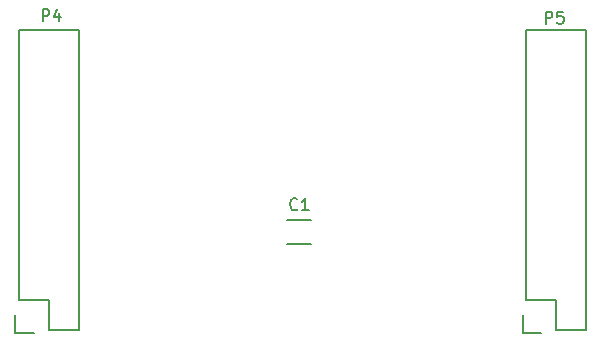
<source format=gbr>
G04 #@! TF.FileFunction,Legend,Top*
%FSLAX46Y46*%
G04 Gerber Fmt 4.6, Leading zero omitted, Abs format (unit mm)*
G04 Created by KiCad (PCBNEW 4.0.2-stable) date Wednesday, 23 November 2016 23:43:31*
%MOMM*%
G01*
G04 APERTURE LIST*
%ADD10C,1.000000*%
%ADD11C,0.150000*%
G04 APERTURE END LIST*
D10*
D11*
X37500000Y-38975000D02*
X35500000Y-38975000D01*
X35500000Y-41025000D02*
X37500000Y-41025000D01*
X17810000Y-22870000D02*
X17810000Y-48270000D01*
X12730000Y-45730000D02*
X12730000Y-22870000D01*
X17810000Y-22870000D02*
X12730000Y-22870000D01*
X17810000Y-48270000D02*
X15270000Y-48270000D01*
X12450000Y-47000000D02*
X12450000Y-48550000D01*
X15270000Y-48270000D02*
X15270000Y-45730000D01*
X15270000Y-45730000D02*
X12730000Y-45730000D01*
X12450000Y-48550000D02*
X14000000Y-48550000D01*
X60810000Y-22870000D02*
X60810000Y-48270000D01*
X55730000Y-45730000D02*
X55730000Y-22870000D01*
X60810000Y-22870000D02*
X55730000Y-22870000D01*
X60810000Y-48270000D02*
X58270000Y-48270000D01*
X55450000Y-47000000D02*
X55450000Y-48550000D01*
X58270000Y-48270000D02*
X58270000Y-45730000D01*
X58270000Y-45730000D02*
X55730000Y-45730000D01*
X55450000Y-48550000D02*
X57000000Y-48550000D01*
X36333334Y-38057143D02*
X36285715Y-38104762D01*
X36142858Y-38152381D01*
X36047620Y-38152381D01*
X35904762Y-38104762D01*
X35809524Y-38009524D01*
X35761905Y-37914286D01*
X35714286Y-37723810D01*
X35714286Y-37580952D01*
X35761905Y-37390476D01*
X35809524Y-37295238D01*
X35904762Y-37200000D01*
X36047620Y-37152381D01*
X36142858Y-37152381D01*
X36285715Y-37200000D01*
X36333334Y-37247619D01*
X37285715Y-38152381D02*
X36714286Y-38152381D01*
X37000000Y-38152381D02*
X37000000Y-37152381D01*
X36904762Y-37295238D01*
X36809524Y-37390476D01*
X36714286Y-37438095D01*
X14761905Y-22152381D02*
X14761905Y-21152381D01*
X15142858Y-21152381D01*
X15238096Y-21200000D01*
X15285715Y-21247619D01*
X15333334Y-21342857D01*
X15333334Y-21485714D01*
X15285715Y-21580952D01*
X15238096Y-21628571D01*
X15142858Y-21676190D01*
X14761905Y-21676190D01*
X16190477Y-21485714D02*
X16190477Y-22152381D01*
X15952381Y-21104762D02*
X15714286Y-21819048D01*
X16333334Y-21819048D01*
X57361905Y-22352381D02*
X57361905Y-21352381D01*
X57742858Y-21352381D01*
X57838096Y-21400000D01*
X57885715Y-21447619D01*
X57933334Y-21542857D01*
X57933334Y-21685714D01*
X57885715Y-21780952D01*
X57838096Y-21828571D01*
X57742858Y-21876190D01*
X57361905Y-21876190D01*
X58838096Y-21352381D02*
X58361905Y-21352381D01*
X58314286Y-21828571D01*
X58361905Y-21780952D01*
X58457143Y-21733333D01*
X58695239Y-21733333D01*
X58790477Y-21780952D01*
X58838096Y-21828571D01*
X58885715Y-21923810D01*
X58885715Y-22161905D01*
X58838096Y-22257143D01*
X58790477Y-22304762D01*
X58695239Y-22352381D01*
X58457143Y-22352381D01*
X58361905Y-22304762D01*
X58314286Y-22257143D01*
M02*

</source>
